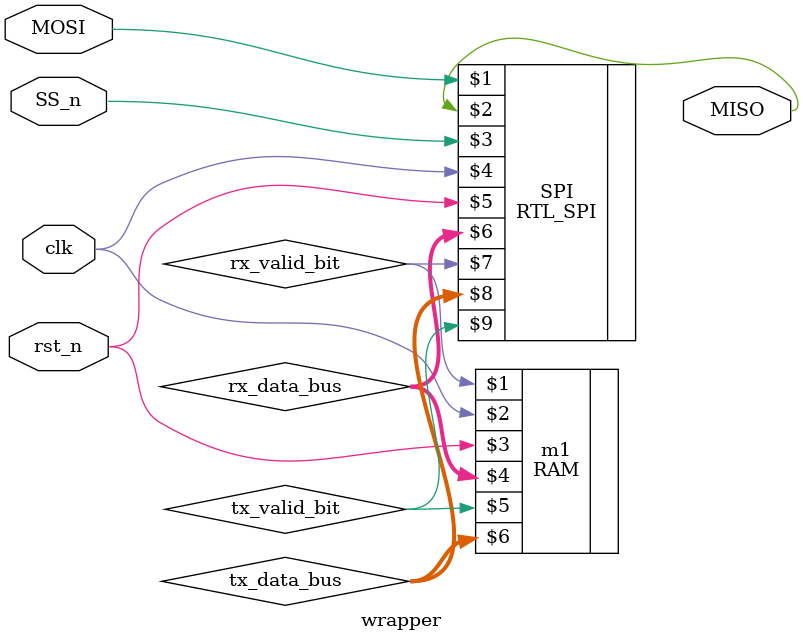
<source format=v>
module wrapper (SS_n,MOSI,clk,rst_n,MISO);
    input SS_n,clk,MOSI,rst_n;
    output MISO;
    wire [9:0]rx_data_bus;
    wire [7:0]tx_data_bus;
    wire rx_valid_bit,tx_valid_bit;


    RTL_SPI SPI(MOSI,MISO,SS_n,clk,rst_n,rx_data_bus,rx_valid_bit,tx_data_bus,tx_valid_bit);
    RAM m1(rx_valid_bit,clk,rst_n,rx_data_bus,tx_valid_bit,tx_data_bus);
    
    
endmodule
</source>
